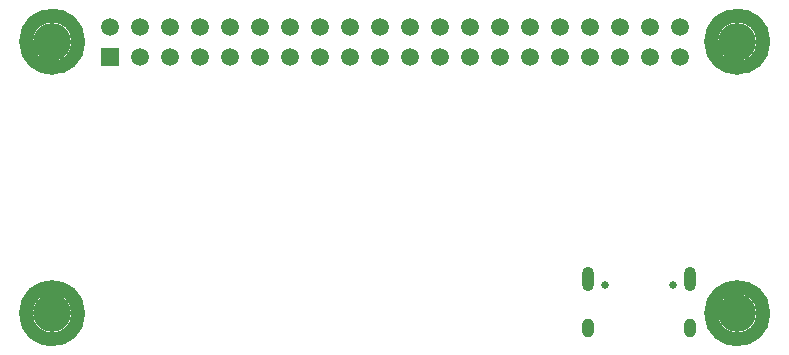
<source format=gbs>
G04 #@! TF.GenerationSoftware,KiCad,Pcbnew,(6.0.4)*
G04 #@! TF.CreationDate,2022-08-30T22:22:21+03:00*
G04 #@! TF.ProjectId,Pluton32,506c7574-6f6e-4333-922e-6b696361645f,1.0*
G04 #@! TF.SameCoordinates,Original*
G04 #@! TF.FileFunction,Soldermask,Bot*
G04 #@! TF.FilePolarity,Negative*
%FSLAX46Y46*%
G04 Gerber Fmt 4.6, Leading zero omitted, Abs format (unit mm)*
G04 Created by KiCad (PCBNEW (6.0.4)) date 2022-08-30 22:22:21*
%MOMM*%
%LPD*%
G01*
G04 APERTURE LIST*
%ADD10C,1.200000*%
%ADD11C,0.650000*%
%ADD12O,1.000000X1.600000*%
%ADD13O,1.000000X2.100000*%
%ADD14C,3.200000*%
%ADD15R,1.508000X1.508000*%
%ADD16C,1.508000*%
G04 APERTURE END LIST*
D10*
X121023594Y-85503594D02*
G75*
G03*
X121023594Y-85503594I-2213594J0D01*
G01*
X179023594Y-85503594D02*
G75*
G03*
X179023594Y-85503594I-2213594J0D01*
G01*
X179027188Y-108500000D02*
G75*
G03*
X179027188Y-108500000I-2213594J0D01*
G01*
X121013594Y-108503594D02*
G75*
G03*
X121013594Y-108503594I-2213594J0D01*
G01*
D11*
X171360000Y-106120000D03*
X165580000Y-106120000D03*
D12*
X172790000Y-109770000D03*
X164150000Y-109770000D03*
D13*
X172790000Y-105590000D03*
X164150000Y-105590000D03*
D14*
X118800000Y-85500000D03*
X176800000Y-108500000D03*
X118800000Y-108500000D03*
X176800000Y-85500000D03*
D15*
X123670000Y-86770000D03*
D16*
X123670000Y-84230000D03*
X126210000Y-86770000D03*
X126210000Y-84230000D03*
X128750000Y-86770000D03*
X128750000Y-84230000D03*
X131290000Y-86770000D03*
X131290000Y-84230000D03*
X133830000Y-86770000D03*
X133830000Y-84230000D03*
X136370000Y-86770000D03*
X136370000Y-84230000D03*
X138910000Y-86770000D03*
X138910000Y-84230000D03*
X141450000Y-86770000D03*
X141450000Y-84230000D03*
X143990000Y-86770000D03*
X143990000Y-84230000D03*
X146530000Y-86770000D03*
X146530000Y-84230000D03*
X149070000Y-86770000D03*
X149070000Y-84230000D03*
X151610000Y-86770000D03*
X151610000Y-84230000D03*
X154150000Y-86770000D03*
X154150000Y-84230000D03*
X156690000Y-86770000D03*
X156690000Y-84230000D03*
X159230000Y-86770000D03*
X159230000Y-84230000D03*
X161770000Y-86770000D03*
X161770000Y-84230000D03*
X164310000Y-86770000D03*
X164310000Y-84230000D03*
X166850000Y-86770000D03*
X166850000Y-84230000D03*
X169390000Y-86770000D03*
X169390000Y-84230000D03*
X171930000Y-86770000D03*
X171930000Y-84230000D03*
M02*

</source>
